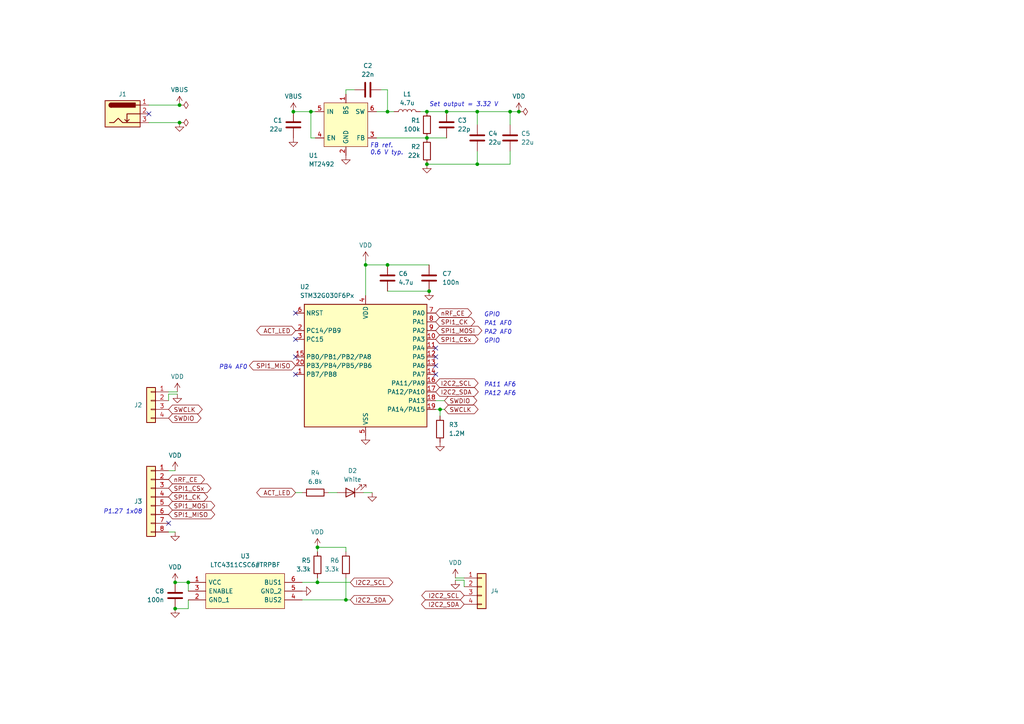
<source format=kicad_sch>
(kicad_sch (version 20230121) (generator eeschema)
  (paper "A4")
  (lib_symbols
    (symbol "Connector:Barrel_Jack_Switch_Pin3Ring" (pin_names hide)
      (property "Reference" "J" (at 0 5.334 0))
      (property "Value" "Barrel_Jack_Switch_Pin3Ring" (at 0 -5.08 0))
      (symbol "Barrel_Jack_Switch_Pin3Ring_0_1"
        (rectangle (start -5.08 3.81) (end 5.08 -3.81) (stroke (width 0.254)) (fill (type background)))
        (arc (start -3.302 3.175) (mid -3.9343 2.54) (end -3.302 1.905) (stroke (width 0.254)))
        (arc (start -3.302 3.175) (mid -3.9343 2.54) (end -3.302 1.905) (stroke (width 0.254)) (fill (type outline)))
        (polyline (pts (xy 1.27 -2.286) (xy 1.905 -1.651)) (stroke (width 0.254)))
        (polyline (pts (xy 5.08 2.54) (xy 3.81 2.54)) (stroke (width 0.254)))
        (polyline (pts (xy 5.08 0) (xy 1.27 0) (xy 1.27 -2.286) (xy 0.635 -1.651)) (stroke (width 0.254)))
        (polyline (pts (xy -3.81 -2.54) (xy -2.54 -2.54) (xy -1.27 -1.27) (xy 0 -2.54) (xy 2.54 -2.54) (xy 5.08 -2.54)) (stroke (width 0.254)))
        (rectangle (start 3.683 3.175) (end -3.302 1.905) (stroke (width 0.254)) (fill (type outline)))
      )
      (symbol "Barrel_Jack_Switch_Pin3Ring_1_1"
        (pin passive line (at 7.62 2.54 180) (length 2.54) (name "~") (number "1"))
        (pin passive line (at 7.62 0 180) (length 2.54) (name "~") (number "2"))
        (pin passive line (at 7.62 -2.54 180) (length 2.54) (name "~") (number "3"))
      )
    )
    (symbol "Connector_Generic:Conn_01x04" (pin_names (offset 1.016) hide)
      (property "Reference" "J" (at 0 5.08 0))
      (property "Value" "Conn_01x04" (at 0 -7.62 0))
      (symbol "Conn_01x04_1_1"
        (rectangle (start -1.27 -4.953) (end 0 -5.207) (stroke (width 0.1524)))
        (rectangle (start -1.27 -2.413) (end 0 -2.667) (stroke (width 0.1524)))
        (rectangle (start -1.27 0.127) (end 0 -0.127) (stroke (width 0.1524)))
        (rectangle (start -1.27 2.667) (end 0 2.413) (stroke (width 0.1524)))
        (rectangle (start -1.27 3.81) (end 1.27 -6.35) (stroke (width 0.254)) (fill (type background)))
        (pin passive line (at -5.08 2.54 0) (length 3.81) (name "Pin_1") (number "1"))
        (pin passive line (at -5.08 0 0) (length 3.81) (name "Pin_2") (number "2"))
        (pin passive line (at -5.08 -2.54 0) (length 3.81) (name "Pin_3") (number "3"))
        (pin passive line (at -5.08 -5.08 0) (length 3.81) (name "Pin_4") (number "4"))
      )
    )
    (symbol "Connector_Generic:Conn_01x08" (pin_names (offset 1.016) hide)
      (property "Reference" "J" (at 0 10.16 0))
      (property "Value" "Conn_01x08" (at 0 -12.7 0))
      (symbol "Conn_01x08_1_1"
        (rectangle (start -1.27 -10.033) (end 0 -10.287) (stroke (width 0.1524)))
        (rectangle (start -1.27 -7.493) (end 0 -7.747) (stroke (width 0.1524)))
        (rectangle (start -1.27 -4.953) (end 0 -5.207) (stroke (width 0.1524)))
        (rectangle (start -1.27 -2.413) (end 0 -2.667) (stroke (width 0.1524)))
        (rectangle (start -1.27 0.127) (end 0 -0.127) (stroke (width 0.1524)))
        (rectangle (start -1.27 2.667) (end 0 2.413) (stroke (width 0.1524)))
        (rectangle (start -1.27 5.207) (end 0 4.953) (stroke (width 0.1524)))
        (rectangle (start -1.27 7.747) (end 0 7.493) (stroke (width 0.1524)))
        (rectangle (start -1.27 8.89) (end 1.27 -11.43) (stroke (width 0.254)) (fill (type background)))
        (pin passive line (at -5.08 7.62 0) (length 3.81) (name "Pin_1") (number "1"))
        (pin passive line (at -5.08 5.08 0) (length 3.81) (name "Pin_2") (number "2"))
        (pin passive line (at -5.08 2.54 0) (length 3.81) (name "Pin_3") (number "3"))
        (pin passive line (at -5.08 0 0) (length 3.81) (name "Pin_4") (number "4"))
        (pin passive line (at -5.08 -2.54 0) (length 3.81) (name "Pin_5") (number "5"))
        (pin passive line (at -5.08 -5.08 0) (length 3.81) (name "Pin_6") (number "6"))
        (pin passive line (at -5.08 -7.62 0) (length 3.81) (name "Pin_7") (number "7"))
        (pin passive line (at -5.08 -10.16 0) (length 3.81) (name "Pin_8") (number "8"))
      )
    )
    (symbol "Device:C" (pin_numbers hide) (pin_names (offset 0.254))
      (property "Reference" "C" (at 0.635 2.54 0))
      (property "Value" "C" (at 0.635 -2.54 0))
      (symbol "C_0_1"
        (polyline (pts (xy -2.032 -0.762) (xy 2.032 -0.762)) (stroke (width 0.508)))
        (polyline (pts (xy -2.032 0.762) (xy 2.032 0.762)) (stroke (width 0.508)))
      )
      (symbol "C_1_1"
        (pin passive line (at 0 3.81 270) (length 2.794) (name "~") (number "1"))
        (pin passive line (at 0 -3.81 90) (length 2.794) (name "~") (number "2"))
      )
    )
    (symbol "Device:L" (pin_numbers hide) (pin_names (offset 1.016) hide)
      (property "Reference" "L" (at -1.27 0 90))
      (property "Value" "L" (at 1.905 0 90))
      (symbol "L_0_1"
        (arc (start 0 -2.54) (mid 0.6323 -1.905) (end 0 -1.27))
        (arc (start 0 -1.27) (mid 0.6323 -0.635) (end 0 0))
        (arc (start 0 0) (mid 0.6323 0.635) (end 0 1.27))
        (arc (start 0 1.27) (mid 0.6323 1.905) (end 0 2.54))
      )
      (symbol "L_1_1"
        (pin passive line (at 0 3.81 270) (length 1.27) (name "1") (number "1"))
        (pin passive line (at 0 -3.81 90) (length 1.27) (name "2") (number "2"))
      )
    )
    (symbol "Device:LED" (pin_numbers hide) (pin_names (offset 1.016) hide)
      (property "Reference" "D" (at 0 2.54 0))
      (property "Value" "LED" (at 0 -2.54 0))
      (symbol "LED_0_1"
        (polyline (pts (xy -1.27 -1.27) (xy -1.27 1.27)) (stroke (width 0.254)))
        (polyline (pts (xy -1.27 0) (xy 1.27 0)))
        (polyline (pts (xy 1.27 -1.27) (xy 1.27 1.27) (xy -1.27 0) (xy 1.27 -1.27)) (stroke (width 0.254)))
        (polyline (pts (xy -3.048 -0.762) (xy -4.572 -2.286) (xy -3.81 -2.286) (xy -4.572 -2.286) (xy -4.572 -1.524)))
        (polyline (pts (xy -1.778 -0.762) (xy -3.302 -2.286) (xy -2.54 -2.286) (xy -3.302 -2.286) (xy -3.302 -1.524)))
      )
      (symbol "LED_1_1"
        (pin passive line (at -3.81 0 0) (length 2.54) (name "K") (number "1"))
        (pin passive line (at 3.81 0 180) (length 2.54) (name "A") (number "2"))
      )
    )
    (symbol "Device:R" (pin_numbers hide) (pin_names (offset 0))
      (property "Reference" "R" (at 2.032 0 90))
      (property "Value" "R" (at 0 0 90))
      (symbol "R_0_1"
        (rectangle (start -1.016 -2.54) (end 1.016 2.54) (stroke (width 0.254)))
      )
      (symbol "R_1_1"
        (pin passive line (at 0 3.81 270) (length 1.27) (name "~") (number "1"))
        (pin passive line (at 0 -3.81 90) (length 1.27) (name "~") (number "2"))
      )
    )
    (symbol "MCU_ST_STM32G0:STM32G030F6Px"
      (property "Reference" "U" (at -17.78 19.05 0))
      (property "Value" "STM32G030F6Px" (at 2.54 19.05 0))
      (symbol "STM32G030F6Px_0_1"
        (rectangle (start -17.78 -17.78) (end 17.78 17.78) (stroke (width 0.254)) (fill (type background)))
      )
      (symbol "STM32G030F6Px_1_1"
        (pin bidirectional line (at -20.32 -2.54 0) (length 2.54) (name "PB7/PB8") (number "1"))
        (pin bidirectional line (at 20.32 7.62 180) (length 2.54) (name "PA3") (number "10"))
        (pin bidirectional line (at 20.32 5.08 180) (length 2.54) (name "PA4") (number "11"))
        (pin bidirectional line (at 20.32 2.54 180) (length 2.54) (name "PA5") (number "12"))
        (pin bidirectional line (at 20.32 0 180) (length 2.54) (name "PA6") (number "13"))
        (pin bidirectional line (at 20.32 -2.54 180) (length 2.54) (name "PA7") (number "14"))
        (pin bidirectional line (at -20.32 2.54 0) (length 2.54) (name "PB0/PB1/PB2/PA8") (number "15"))
        (pin bidirectional line (at 20.32 -5.08 180) (length 2.54) (name "PA11/PA9") (number "16"))
        (pin bidirectional line (at 20.32 -7.62 180) (length 2.54) (name "PA12/PA10") (number "17"))
        (pin bidirectional line (at 20.32 -10.16 180) (length 2.54) (name "PA13") (number "18"))
        (pin bidirectional line (at 20.32 -12.7 180) (length 2.54) (name "PA14/PA15") (number "19"))
        (pin bidirectional line (at -20.32 10.16 0) (length 2.54) (name "PC14/PB9") (number "2"))
        (pin bidirectional line (at -20.32 0 0) (length 2.54) (name "PB3/PB4/PB5/PB6") (number "20"))
        (pin bidirectional line (at -20.32 7.62 0) (length 2.54) (name "PC15") (number "3"))
        (pin power_in line (at 0 20.32 270) (length 2.54) (name "VDD") (number "4"))
        (pin power_in line (at 0 -20.32 90) (length 2.54) (name "VSS") (number "5"))
        (pin input line (at -20.32 15.24 0) (length 2.54) (name "NRST") (number "6"))
        (pin bidirectional line (at 20.32 15.24 180) (length 2.54) (name "PA0") (number "7"))
        (pin bidirectional line (at 20.32 12.7 180) (length 2.54) (name "PA1") (number "8"))
        (pin bidirectional line (at 20.32 10.16 180) (length 2.54) (name "PA2") (number "9"))
      )
    )
    (symbol "Mallet_Cen_symbols:LTC4311CSC6#TRPBF" (pin_names (offset 0.762))
      (property "Reference" "U" (at 29.21 7.62 0))
      (property "Value" "LTC4311CSC6#TRPBF" (at 29.21 5.08 0))
      (symbol "LTC4311CSC6#TRPBF_0_0"
        (pin passive line (at 0 0 0) (length 5.08) (name "VCC") (number "1"))
        (pin passive line (at 0 -5.08 0) (length 5.08) (name "GND_1") (number "2"))
        (pin passive line (at 0 -2.54 0) (length 5.08) (name "ENABLE") (number "3"))
        (pin passive line (at 33.02 -5.08 180) (length 5.08) (name "BUS2") (number "4"))
        (pin passive line (at 33.02 -2.54 180) (length 5.08) (name "GND_2") (number "5"))
        (pin passive line (at 33.02 0 180) (length 5.08) (name "BUS1") (number "6"))
      )
      (symbol "LTC4311CSC6#TRPBF_1_1"
        (polyline (pts (xy 5.08 2.54) (xy 27.94 2.54) (xy 27.94 -7.62) (xy 5.08 -7.62) (xy 5.08 2.54)) (stroke (width 0.1524)) (fill (type background)))
      )
    )
    (symbol "Mallet_Cen_symbols:MT2492" (pin_names (offset 0.762))
      (property "Reference" "U" (at 21.59 7.62 0))
      (property "Value" "MT2492" (at 21.59 5.08 0))
      (symbol "MT2492_1_0"
        (pin passive line (at 8.89 5.08 270) (length 2.54) (name "BS") (number "1"))
        (pin passive line (at 8.89 -12.7 90) (length 2.54) (name "GND") (number "2"))
        (pin passive line (at 17.78 -7.62 180) (length 2.54) (name "FB") (number "3"))
        (pin passive line (at 0 -7.62 0) (length 2.54) (name "EN") (number "4"))
        (pin passive line (at 0 0 0) (length 2.54) (name "IN") (number "5"))
        (pin passive line (at 17.78 0 180) (length 2.54) (name "SW") (number "6"))
      )
      (symbol "MT2492_1_1"
        (rectangle (start 2.54 2.54) (end 15.24 -10.16) (fill (type background)))
      )
    )
    (symbol "power:GND" (power) (pin_names (offset 0))
      (property "Value" "GND" (at 0 -3.81 0))
      (symbol "GND_0_1"
        (polyline (pts (xy 0 0) (xy 0 -1.27) (xy 1.27 -1.27) (xy 0 -2.54) (xy -1.27 -1.27) (xy 0 -1.27)))
      )
      (symbol "GND_1_1"
        (pin power_in line (at 0 0 270) (length 0) hide (name "GND") (number "1"))
      )
    )
    (symbol "power:PWR_FLAG" (power) (pin_numbers hide) (pin_names (offset 0) hide)
      (property "Value" "PWR_FLAG" (at 0 3.81 0))
      (symbol "PWR_FLAG_0_0"
        (pin power_out line (at 0 0 90) (length 0) (name "pwr") (number "1"))
      )
      (symbol "PWR_FLAG_0_1"
        (polyline (pts (xy 0 0) (xy 0 1.27) (xy -1.016 1.905) (xy 0 2.54) (xy 1.016 1.905) (xy 0 1.27)))
      )
    )
    (symbol "power:VBUS" (power) (pin_names (offset 0))
      (property "Value" "VBUS" (at 0 3.81 0))
      (symbol "VBUS_0_1"
        (polyline (pts (xy -0.762 1.27) (xy 0 2.54)))
        (polyline (pts (xy 0 0) (xy 0 2.54)))
        (polyline (pts (xy 0 2.54) (xy 0.762 1.27)))
      )
      (symbol "VBUS_1_1"
        (pin power_in line (at 0 0 90) (length 0) hide (name "VBUS") (number "1"))
      )
    )
    (symbol "power:VDD" (power) (pin_names (offset 0))
      (property "Value" "VDD" (at 0 3.81 0))
      (symbol "VDD_0_1"
        (polyline (pts (xy -0.762 1.27) (xy 0 2.54)))
        (polyline (pts (xy 0 0) (xy 0 2.54)))
        (polyline (pts (xy 0 2.54) (xy 0.762 1.27)))
      )
      (symbol "VDD_1_1"
        (pin power_in line (at 0 0 90) (length 0) hide (name "VDD") (number "1"))
      )
    )
  )
  (junction (at 138.43 47.625))
  (junction (at 123.825 40.005))
  (junction (at 112.395 32.385))
  (junction (at 129.54 32.385))
  (junction (at 123.825 32.385))
  (junction (at 138.43 32.385))
  (junction (at 100.33 173.99))
  (junction (at 50.8 176.53))
  (junction (at 85.09 32.385))
  (junction (at 92.075 168.91))
  (junction (at 127.635 118.745))
  (junction (at 90.17 32.385))
  (junction (at 147.955 32.385))
  (junction (at 123.825 47.625))
  (junction (at 52.07 35.56))
  (junction (at 112.395 76.835))
  (junction (at 54.61 168.91))
  (junction (at 52.07 30.48))
  (junction (at 150.495 32.385))
  (junction (at 92.075 158.75))
  (junction (at 106.045 76.835))
  (junction (at 50.8 168.91))
  (junction (at 124.46 84.455))
  (no_connect (at 85.725 90.805))
  (no_connect (at 126.365 106.045))
  (no_connect (at 85.725 103.505))
  (no_connect (at 48.895 151.765))
  (no_connect (at 85.725 98.425))
  (no_connect (at 126.365 103.505))
  (no_connect (at 85.725 108.585))
  (no_connect (at 126.365 108.585))
  (no_connect (at 43.18 33.02))
  (no_connect (at 126.365 100.965))
  (wire (pts (xy 50.8 168.91) (xy 54.61 168.91)))
  (wire (pts (xy 48.895 136.525) (xy 50.8 136.525)))
  (wire (pts (xy 138.43 43.815) (xy 138.43 47.625)))
  (wire (pts (xy 48.895 114.3) (xy 51.435 114.3)))
  (wire (pts (xy 128.905 116.205) (xy 126.365 116.205)))
  (wire (pts (xy 92.075 168.91) (xy 101.6 168.91)))
  (wire (pts (xy 100.33 27.305) (xy 100.33 26.035)))
  (wire (pts (xy 92.075 158.75) (xy 100.33 158.75)))
  (wire (pts (xy 100.33 173.99) (xy 101.6 173.99)))
  (wire (pts (xy 112.395 26.035) (xy 112.395 32.385)))
  (wire (pts (xy 87.63 173.99) (xy 100.33 173.99)))
  (wire (pts (xy 105.41 142.875) (xy 107.95 142.875)))
  (wire (pts (xy 91.44 40.005) (xy 90.17 40.005)))
  (wire (pts (xy 54.61 168.91) (xy 54.61 171.45)))
  (wire (pts (xy 100.33 26.035) (xy 102.87 26.035)))
  (wire (pts (xy 127.635 118.745) (xy 127.635 120.65)))
  (wire (pts (xy 48.895 116.205) (xy 48.895 114.3)))
  (wire (pts (xy 85.725 142.875) (xy 87.63 142.875)))
  (wire (pts (xy 121.92 32.385) (xy 123.825 32.385)))
  (wire (pts (xy 92.075 158.75) (xy 92.075 160.02)))
  (wire (pts (xy 129.54 32.385) (xy 138.43 32.385)))
  (wire (pts (xy 85.09 32.385) (xy 90.17 32.385)))
  (wire (pts (xy 134.62 168.275) (xy 132.08 168.275)))
  (wire (pts (xy 112.395 84.455) (xy 124.46 84.455)))
  (wire (pts (xy 138.43 47.625) (xy 123.825 47.625)))
  (wire (pts (xy 128.905 118.745) (xy 127.635 118.745)))
  (wire (pts (xy 127.635 118.745) (xy 126.365 118.745)))
  (wire (pts (xy 123.825 40.005) (xy 129.54 40.005)))
  (wire (pts (xy 90.17 32.385) (xy 91.44 32.385)))
  (wire (pts (xy 114.3 32.385) (xy 112.395 32.385)))
  (wire (pts (xy 100.33 167.64) (xy 100.33 173.99)))
  (wire (pts (xy 132.08 167.64) (xy 134.62 167.64)))
  (wire (pts (xy 147.955 32.385) (xy 147.955 36.195)))
  (wire (pts (xy 106.045 76.835) (xy 112.395 76.835)))
  (wire (pts (xy 54.61 176.53) (xy 54.61 173.99)))
  (wire (pts (xy 106.045 76.835) (xy 106.045 85.725)))
  (wire (pts (xy 95.25 142.875) (xy 97.79 142.875)))
  (wire (pts (xy 138.43 32.385) (xy 138.43 36.195)))
  (wire (pts (xy 106.045 75.565) (xy 106.045 76.835)))
  (wire (pts (xy 87.63 168.91) (xy 92.075 168.91)))
  (wire (pts (xy 123.825 32.385) (xy 129.54 32.385)))
  (wire (pts (xy 48.895 154.305) (xy 50.8 154.305)))
  (wire (pts (xy 52.07 35.56) (xy 43.18 35.56)))
  (wire (pts (xy 147.955 32.385) (xy 150.495 32.385)))
  (wire (pts (xy 134.62 170.18) (xy 134.62 168.275)))
  (wire (pts (xy 51.435 113.665) (xy 48.895 113.665)))
  (wire (pts (xy 90.17 40.005) (xy 90.17 32.385)))
  (wire (pts (xy 112.395 26.035) (xy 110.49 26.035)))
  (wire (pts (xy 109.22 40.005) (xy 123.825 40.005)))
  (wire (pts (xy 147.955 43.815) (xy 147.955 47.625)))
  (wire (pts (xy 112.395 76.835) (xy 124.46 76.835)))
  (wire (pts (xy 92.075 167.64) (xy 92.075 168.91)))
  (wire (pts (xy 50.8 176.53) (xy 54.61 176.53)))
  (wire (pts (xy 109.22 32.385) (xy 112.395 32.385)))
  (wire (pts (xy 147.955 47.625) (xy 138.43 47.625)))
  (wire (pts (xy 138.43 32.385) (xy 147.955 32.385)))
  (wire (pts (xy 52.07 30.48) (xy 43.18 30.48)))
  (wire (pts (xy 100.33 158.75) (xy 100.33 160.02)))
  (text "P1.27 1x08" (at 41.275 149.225 0) (effects (font (size 1.27 1.27) italic) (justify right bottom)))
  (text "PA1 AF0" (at 140.335 94.615 0) (effects (font (size 1.27 1.27) italic) (justify left bottom)))
  (text "PA11 AF6" (at 140.335 112.395 0) (effects (font (size 1.27 1.27) italic) (justify left bottom)))
  (text "PA2 AF0" (at 140.335 97.155 0) (effects (font (size 1.27 1.27) italic) (justify left bottom)))
  (text "GPIO" (at 140.335 92.075 0) (effects (font (size 1.27 1.27) italic) (justify left bottom)))
  (text "Set output = 3.32 V" (at 124.46 31.115 0) (effects (font (size 1.27 1.27) italic) (justify left bottom)))
  (text "PA12 AF6" (at 140.335 114.935 0) (effects (font (size 1.27 1.27) italic) (justify left bottom)))
  (text "GPIO" (at 140.335 99.695 0) (effects (font (size 1.27 1.27) italic) (justify left bottom)))
  (text "PB4 AF0" (at 71.755 107.315 0) (effects (font (size 1.27 1.27) italic) (justify right bottom)))
  (text "FB ref.\n0.6 V typ." (at 107.315 45.085 0) (effects (font (size 1.27 1.27) italic) (justify left bottom)))
  (global_label "SPI1_MOSI" (shape bidirectional) (at 48.895 146.685 0) (property "Intersheetrefs" "${INTERSHEET_REFS}" (effects hide)))
  (global_label "SPI1_CSx" (shape bidirectional) (at 48.895 141.605 0) (property "Intersheetrefs" "${INTERSHEET_REFS}" (effects hide)))
  (global_label "SPI1_CSx" (shape bidirectional) (at 126.365 98.425 0) (property "Intersheetrefs" "${INTERSHEET_REFS}" (effects hide)))
  (global_label "SWDIO" (shape bidirectional) (at 48.895 121.285 0) (property "Intersheetrefs" "${INTERSHEET_REFS}" (effects hide)))
  (global_label "SPI1_CK" (shape bidirectional) (at 126.365 93.345 0) (property "Intersheetrefs" "${INTERSHEET_REFS}" (effects hide)))
  (global_label "I2C2_SDA" (shape bidirectional) (at 134.62 175.26 180) (property "Intersheetrefs" "${INTERSHEET_REFS}" (effects hide)))
  (global_label "I2C2_SDA" (shape bidirectional) (at 126.365 113.665 0) (property "Intersheetrefs" "${INTERSHEET_REFS}" (effects hide)))
  (global_label "nRF_CE" (shape bidirectional) (at 126.365 90.805 0) (property "Intersheetrefs" "${INTERSHEET_REFS}" (effects hide)))
  (global_label "SPI1_MISO" (shape bidirectional) (at 85.725 106.045 180) (property "Intersheetrefs" "${INTERSHEET_REFS}" (effects hide)))
  (global_label "SPI1_MOSI" (shape bidirectional) (at 126.365 95.885 0) (property "Intersheetrefs" "${INTERSHEET_REFS}" (effects hide)))
  (global_label "I2C2_SCL" (shape bidirectional) (at 126.365 111.125 0) (property "Intersheetrefs" "${INTERSHEET_REFS}" (effects hide)))
  (global_label "SPI1_CK" (shape bidirectional) (at 48.895 144.145 0) (property "Intersheetrefs" "${INTERSHEET_REFS}" (effects hide)))
  (global_label "ACT_LED" (shape bidirectional) (at 85.725 95.885 180) (property "Intersheetrefs" "${INTERSHEET_REFS}" (effects hide)))
  (global_label "SWDIO" (shape bidirectional) (at 128.905 116.205 0) (property "Intersheetrefs" "${INTERSHEET_REFS}" (effects hide)))
  (global_label "SWCLK" (shape bidirectional) (at 48.895 118.745 0) (property "Intersheetrefs" "${INTERSHEET_REFS}" (effects hide)))
  (global_label "I2C2_SDA" (shape bidirectional) (at 101.6 173.99 0) (property "Intersheetrefs" "${INTERSHEET_REFS}" (effects hide)))
  (global_label "ACT_LED" (shape bidirectional) (at 85.725 142.875 180) (property "Intersheetrefs" "${INTERSHEET_REFS}" (effects hide)))
  (global_label "I2C2_SCL" (shape bidirectional) (at 101.6 168.91 0) (property "Intersheetrefs" "${INTERSHEET_REFS}" (effects hide)))
  (global_label "nRF_CE" (shape bidirectional) (at 48.895 139.065 0) (property "Intersheetrefs" "${INTERSHEET_REFS}" (effects hide)))
  (global_label "I2C2_SCL" (shape bidirectional) (at 134.62 172.72 180) (property "Intersheetrefs" "${INTERSHEET_REFS}" (effects hide)))
  (global_label "SWCLK" (shape bidirectional) (at 128.905 118.745 0) (property "Intersheetrefs" "${INTERSHEET_REFS}" (effects hide)))
  (global_label "SPI1_MISO" (shape bidirectional) (at 48.895 149.225 0) (property "Intersheetrefs" "${INTERSHEET_REFS}" (effects hide)))
  (symbol (lib_id "power:PWR_FLAG") (at 150.495 32.385 270) (unit 1)
    (property "Reference" "#FLG03" (effects hide))
    (property "Value" "PWR_FLAG" (effects hide))
  )
  (symbol (lib_id "power:GND") (at 87.63 171.45 90) (unit 1)
    (property "Reference" "#PWR022" (effects hide))
    (property "Value" "GND" (effects hide))
  )
  (symbol (lib_id "Connector_Generic:Conn_01x04") (at 139.7 170.18 0) (unit 1)
    (property "Reference" "J4" (at 142.24 171.45 0) (effects (justify left)))
    (property "Value" "Conn_01x04" (effects hide))
    (property "Footprint" "Connector_PinHeader_2.00mm:PinHeader_1x04_P2.00mm_Vertical" (effects hide))
  )
  (symbol (lib_id "power:VDD") (at 50.8 136.525 0) (unit 1)
    (property "Reference" "#PWR07" (effects hide))
    (property "Value" "VDD" (at 50.8 132.08 0))
  )
  (symbol (lib_id "power:GND") (at 50.8 154.305 0) (unit 1)
    (property "Reference" "#PWR08" (effects hide))
    (property "Value" "GND" (effects hide))
  )
  (symbol (lib_id "Mallet_Cen_symbols:MT2492") (at 91.44 32.385 0) (unit 1)
    (property "Reference" "U1" (at 89.535 45.085 0) (effects (justify left)))
    (property "Value" "MT2492" (at 89.535 47.625 0) (effects (justify left)))
    (property "Footprint" "Package_TO_SOT_SMD:SOT-23-6" (effects hide))
    (property "Datasheet" "https://datasheet.lcsc.com/lcsc/1810262207_XI-AN-Aerosemi-Tech-MT2492_C89358.pdf" (effects hide))
    (property "Description" "Input Supply Voltage . -0.3V to 17V Operating Temperature Range  -40C to +85C EN,FB Voltages .-0.3 to 6V Lead Temperature(Soldering,10s) .....+300C SW Voltage ..-0.3V to (Vin+0.5V) Storage Temperature Range .-65C to 150C" (effects hide))
    (property "Height" "1.45" (effects hide))
    (property "Manufacturer_Name" "Aerosemi" (effects hide))
    (property "Manufacturer_Part_Number" "MT2492" (effects hide))
  )
  (symbol (lib_id "power:VDD") (at 106.045 75.565 0) (unit 1)
    (property "Reference" "#PWR03" (effects hide))
    (property "Value" "VDD" (at 106.045 71.12 0))
  )
  (symbol (lib_id "Device:R") (at 92.075 163.83 0) (mirror y) (unit 1)
    (property "Reference" "R5" (at 90.17 162.56 0) (effects (justify left)))
    (property "Value" "3.3k" (at 90.17 165.1 0) (effects (justify left)))
    (property "Footprint" "Resistor_SMD:R_0603_1608Metric" (effects hide))
  )
  (symbol (lib_id "Device:C") (at 106.68 26.035 90) (unit 1)
    (property "Reference" "C2" (at 106.68 19.05 90))
    (property "Value" "22n" (at 106.68 21.59 90))
    (property "Footprint" "Capacitor_SMD:C_0603_1608Metric" (effects hide))
  )
  (symbol (lib_id "power:VDD") (at 51.435 113.665 0) (unit 1)
    (property "Reference" "#PWR01" (effects hide))
    (property "Value" "VDD" (at 51.435 109.22 0))
  )
  (symbol (lib_id "Mallet_Cen_symbols:LTC4311CSC6#TRPBF") (at 54.61 168.91 0) (unit 1)
    (property "Reference" "U3" (at 71.12 161.29 0))
    (property "Value" "LTC4311CSC6#TRPBF" (at 71.12 163.83 0))
    (property "Footprint" "Mallet_Cen_footprints:SOT65P210X100-6N" (effects hide))
    (property "Datasheet" "https://www.analog.com/media/en/technical-documentation/data-sheets/4311fa.pdf" (effects hide))
    (property "Description" "Interface - Specialized I2C/SMBus Rise Time Accelerator" (effects hide))
    (property "Height" "1" (effects hide))
    (property "Manufacturer_Name" "Analog Devices" (effects hide))
    (property "Manufacturer_Part_Number" "LTC4311CSC6#TRPBF" (effects hide))
    (property "Mouser Part Number" "584-LTC4311CSC6TRPBF" (effects hide))
    (property "Mouser Price/Stock" "https://www.mouser.co.uk/ProductDetail/Analog-Devices/LTC4311CSC6TRPBF?qs=hVkxg5c3xu8dDGkXCTUXoQ%3D%3D" (effects hide))
    (property "Arrow Part Number" "LTC4311CSC6#TRPBF" (effects hide))
    (property "Arrow Price/Stock" "https://www.arrow.com/en/products/ltc4311csc6trpbf/analog-devices?region=nac" (effects hide))
  )
  (symbol (lib_id "power:GND") (at 50.8 176.53 0) (mirror y) (unit 1)
    (property "Reference" "#PWR023" (effects hide))
    (property "Value" "GND" (effects hide))
  )
  (symbol (lib_id "power:GND") (at 127.635 128.27 0) (unit 1)
    (property "Reference" "#PWR06" (effects hide))
    (property "Value" "GND" (effects hide))
  )
  (symbol (lib_id "Connector:Barrel_Jack_Switch_Pin3Ring") (at 35.56 33.02 0) (unit 1)
    (property "Reference" "J1" (at 35.56 27.305 0))
    (property "Value" "Barrel_Jack_Switch_Pin3Ring" (effects hide))
    (property "Footprint" "Mallet_Cen_footprints:BarrelJack_DC022" (effects hide))
  )
  (symbol (lib_id "Device:L") (at 118.11 32.385 90) (unit 1)
    (property "Reference" "L1" (at 118.11 27.305 90))
    (property "Value" "4.7u" (at 118.11 29.845 90))
    (property "Footprint" "Inductor_SMD:L_Sunlord_MWSA1004S" (effects hide))
  )
  (symbol (lib_id "power:GND") (at 124.46 84.455 0) (unit 1)
    (property "Reference" "#PWR05" (effects hide))
    (property "Value" "GND" (effects hide))
  )
  (symbol (lib_id "power:GND") (at 100.33 45.085 0) (mirror y) (unit 1)
    (property "Reference" "#PWR017" (effects hide))
    (property "Value" "GND" (effects hide))
  )
  (symbol (lib_id "Device:R") (at 123.825 43.815 0) (mirror y) (unit 1)
    (property "Reference" "R2" (at 121.92 42.545 0) (effects (justify left)))
    (property "Value" "22k" (at 121.92 45.085 0) (effects (justify left)))
    (property "Footprint" "Resistor_SMD:R_0603_1608Metric" (effects hide))
  )
  (symbol (lib_id "Device:R") (at 100.33 163.83 0) (unit 1)
    (property "Reference" "R6" (at 98.425 162.56 0) (effects (justify right)))
    (property "Value" "3.3k" (at 98.425 165.1 0) (effects (justify right)))
    (property "Footprint" "Resistor_SMD:R_0603_1608Metric" (effects hide))
  )
  (symbol (lib_id "power:PWR_FLAG") (at 52.07 30.48 270) (unit 1)
    (property "Reference" "#FLG01" (effects hide))
    (property "Value" "PWR_FLAG" (effects hide))
  )
  (symbol (lib_id "Device:C") (at 85.09 36.195 0) (mirror y) (unit 1)
    (property "Reference" "C1" (at 81.915 34.925 0) (effects (justify left)))
    (property "Value" "22u" (at 81.915 37.465 0) (effects (justify left)))
    (property "Footprint" "Capacitor_SMD:C_0603_1608Metric" (effects hide))
  )
  (symbol (lib_id "power:VDD") (at 150.495 32.385 0) (unit 1)
    (property "Reference" "#PWR016" (effects hide))
    (property "Value" "VDD" (at 150.495 27.94 0))
  )
  (symbol (lib_id "Connector_Generic:Conn_01x04") (at 43.815 116.205 0) (mirror y) (unit 1)
    (property "Reference" "J2" (at 41.275 117.475 0) (effects (justify left)))
    (property "Value" "Conn_01x04" (effects hide))
    (property "Footprint" "Flowerbed_footprints:TestPoints_1x04_P2.0" (effects hide))
  )
  (symbol (lib_id "Device:R") (at 91.44 142.875 90) (unit 1)
    (property "Reference" "R4" (at 91.44 137.16 90))
    (property "Value" "6.8k" (at 91.44 139.7 90))
    (property "Footprint" "Resistor_SMD:R_0603_1608Metric" (effects hide))
  )
  (symbol (lib_id "Device:R") (at 123.825 36.195 0) (mirror y) (unit 1)
    (property "Reference" "R1" (at 121.92 34.925 0) (effects (justify left)))
    (property "Value" "100k" (at 121.92 37.465 0) (effects (justify left)))
    (property "Footprint" "Resistor_SMD:R_0603_1608Metric" (effects hide))
  )
  (symbol (lib_id "Device:C") (at 112.395 80.645 0) (unit 1)
    (property "Reference" "C6" (at 115.57 79.375 0) (effects (justify left)))
    (property "Value" "4.7u" (at 115.57 81.915 0) (effects (justify left)))
    (property "Footprint" "Capacitor_SMD:C_0603_1608Metric" (effects hide))
  )
  (symbol (lib_id "power:VDD") (at 50.8 168.91 0) (unit 1)
    (property "Reference" "#PWR024" (effects hide))
    (property "Value" "VDD" (at 50.8 164.465 0))
  )
  (symbol (lib_id "power:VBUS") (at 85.09 32.385 0) (unit 1)
    (property "Reference" "#PWR015" (effects hide))
    (property "Value" "VBUS" (at 85.09 27.94 0))
  )
  (symbol (lib_id "power:GND") (at 51.435 114.3 0) (unit 1)
    (property "Reference" "#PWR02" (effects hide))
    (property "Value" "GND" (effects hide))
  )
  (symbol (lib_id "power:PWR_FLAG") (at 52.07 35.56 270) (unit 1)
    (property "Reference" "#FLG02" (effects hide))
    (property "Value" "PWR_FLAG" (effects hide))
  )
  (symbol (lib_id "Device:C") (at 124.46 80.645 0) (unit 1)
    (property "Reference" "C7" (at 128.27 79.375 0) (effects (justify left)))
    (property "Value" "100n" (at 128.27 81.915 0) (effects (justify left)))
    (property "Footprint" "Capacitor_SMD:C_0603_1608Metric" (effects hide))
  )
  (symbol (lib_id "power:GND") (at 132.08 168.275 0) (mirror y) (unit 1)
    (property "Reference" "#PWR021" (effects hide))
    (property "Value" "GND" (effects hide))
  )
  (symbol (lib_id "power:VDD") (at 132.08 167.64 0) (mirror y) (unit 1)
    (property "Reference" "#PWR020" (effects hide))
    (property "Value" "VDD" (at 132.08 163.195 0))
  )
  (symbol (lib_id "MCU_ST_STM32G0:STM32G030F6Px") (at 106.045 106.045 0) (unit 1)
    (property "Reference" "U2" (at 86.995 83.185 0) (effects (justify left)))
    (property "Value" "STM32G030F6Px" (at 86.995 85.725 0) (effects (justify left)))
    (property "Footprint" "Package_SO:TSSOP-20_4.4x6.5mm_P0.65mm" (effects hide))
    (property "Datasheet" "https://www.st.com/resource/en/datasheet/stm32g030f6.pdf" (effects hide))
  )
  (symbol (lib_id "Device:C") (at 147.955 40.005 0) (unit 1)
    (property "Reference" "C5" (at 151.13 38.735 0) (effects (justify left)))
    (property "Value" "22u" (at 151.13 41.275 0) (effects (justify left)))
    (property "Footprint" "Capacitor_SMD:C_0603_1608Metric" (effects hide))
  )
  (symbol (lib_id "Device:R") (at 127.635 124.46 0) (unit 1)
    (property "Reference" "R3" (at 130.175 123.19 0) (effects (justify left)))
    (property "Value" "1.2M" (at 130.175 125.73 0) (effects (justify left)))
    (property "Footprint" "Resistor_SMD:R_0603_1608Metric" (effects hide))
  )
  (symbol (lib_id "power:VDD") (at 92.075 158.75 0) (unit 1)
    (property "Reference" "#PWR025" (effects hide))
    (property "Value" "VDD" (at 92.075 154.305 0))
  )
  (symbol (lib_id "power:GND") (at 106.045 126.365 0) (unit 1)
    (property "Reference" "#PWR04" (effects hide))
    (property "Value" "GND" (effects hide))
  )
  (symbol (lib_id "power:GND") (at 85.09 40.005 0) (mirror y) (unit 1)
    (property "Reference" "#PWR018" (effects hide))
    (property "Value" "GND" (effects hide))
  )
  (symbol (lib_id "Device:C") (at 129.54 36.195 0) (unit 1)
    (property "Reference" "C3" (at 132.715 34.925 0) (effects (justify left)))
    (property "Value" "22p" (at 132.715 37.465 0) (effects (justify left)))
    (property "Footprint" "Capacitor_SMD:C_0603_1608Metric" (effects hide))
  )
  (symbol (lib_id "power:GND") (at 123.825 47.625 0) (mirror y) (unit 1)
    (property "Reference" "#PWR019" (effects hide))
    (property "Value" "GND" (effects hide))
  )
  (symbol (lib_id "Connector_Generic:Conn_01x08") (at 43.815 144.145 0) (mirror y) (unit 1)
    (property "Reference" "J3" (at 41.275 145.415 0) (effects (justify left)))
    (property "Value" "Conn_01x08" (effects hide))
    (property "Footprint" "Mallet_Cen_footprints:SMD_Module_P1.27_1x08" (effects hide))
  )
  (symbol (lib_id "Device:LED") (at 101.6 142.875 180) (unit 1)
    (property "Reference" "D2" (at 102.235 136.525 0))
    (property "Value" "White" (at 102.235 139.065 0))
    (property "Footprint" "LED_SMD:LED_0603_1608Metric" (effects hide))
  )
  (symbol (lib_id "power:GND") (at 107.95 142.875 0) (unit 1)
    (property "Reference" "#PWR09" (effects hide))
    (property "Value" "GND" (effects hide))
  )
  (symbol (lib_id "power:GND") (at 52.07 35.56 0) (mirror y) (unit 1)
    (property "Reference" "#PWR011" (effects hide))
    (property "Value" "GND" (effects hide))
  )
  (symbol (lib_id "Device:C") (at 138.43 40.005 0) (unit 1)
    (property "Reference" "C4" (at 141.605 38.735 0) (effects (justify left)))
    (property "Value" "22u" (at 141.605 41.275 0) (effects (justify left)))
    (property "Footprint" "Capacitor_SMD:C_0603_1608Metric" (effects hide))
  )
  (symbol (lib_id "power:VBUS") (at 52.07 30.48 0) (unit 1)
    (property "Reference" "#PWR010" (effects hide))
    (property "Value" "VBUS" (at 52.07 26.035 0))
  )
  (symbol (lib_id "Device:C") (at 50.8 172.72 0) (mirror y) (unit 1)
    (property "Reference" "C8" (at 47.625 171.45 0) (effects (justify left)))
    (property "Value" "100n" (at 47.625 173.99 0) (effects (justify left)))
    (property "Footprint" "Capacitor_SMD:C_0603_1608Metric" (effects hide))
  )
)
</source>
